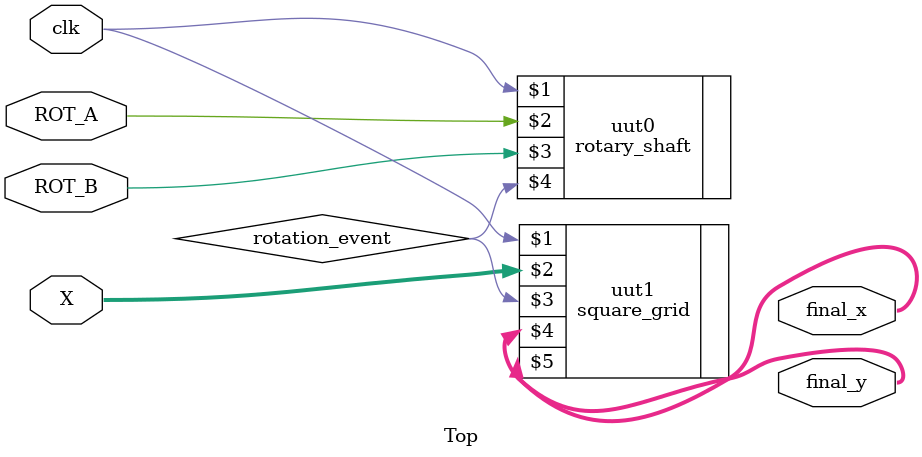
<source format=v>
`timescale 1ns / 1ps
module Top(clk,X,ROT_A,ROT_B,final_x,final_y
    );
	 input clk, ROT_A, ROT_B;
	 input [3:0] X;
	 output [3:0] final_x,final_y;
	 wire [3:0] final_x,final_y;
	 wire rotation_event;
	 
	 rotary_shaft uut0(clk,ROT_A,ROT_B,rotation_event);
	 square_grid uut1(clk,X,rotation_event,final_x,final_y);



endmodule

</source>
